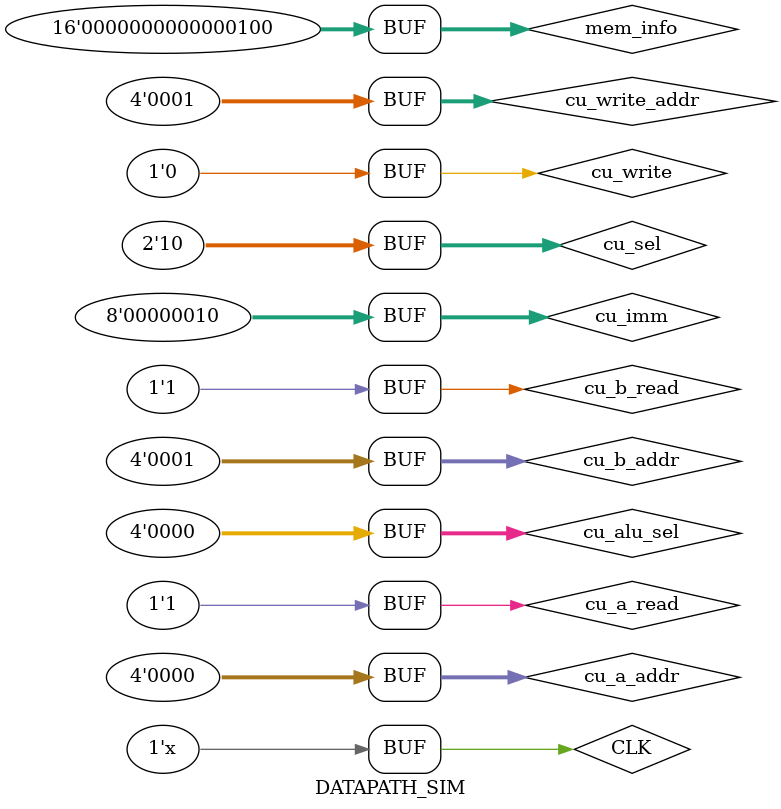
<source format=v>
`timescale 1ns / 1ps
module DATAPATH_SIM();


reg CLK;

initial CLK = 0;
always #5 CLK = ~CLK;

reg [15:0]  mem_info;
reg [7:0]   cu_imm;
reg [1:0]   cu_sel;

reg [3:0]   cu_write_addr;
reg         cu_write;

reg [3:0]   cu_a_addr;
reg         cu_a_read;

reg [3:0]   cu_b_addr;
reg         cu_b_read;

reg [3:0]   cu_alu_sel;

wire [15:0] dp_a_data;
wire        dp_zf_flag;

wire [15:0] dp_alu_out;

DATAPATH UUT(
.CLK100MHZ      (CLK),

.mem_info       (mem_info),
.cu_imm         (cu_imm),
.cu_sel         (cu_sel),

.cu_write_addr  (cu_write_addr),
.cu_write       (cu_write),

.cu_a_addr      (cu_a_addr),
.cu_a_read      (cu_a_read),

.cu_b_addr      (cu_b_addr),
.cu_b_read      (cu_b_read),

.cu_alu_sel     (cu_alu_sel),

.dp_a_data      (dp_a_data),
.dp_zf_flag     (dp_zf_flag),
.dp_alu_out     (dp_alu_out)
);

initial begin
    mem_info = 16'h0004;
    cu_imm = 8'h02;
    
    //WRITE MEMORY TO 0 SLOT
    cu_sel = 2'b01;
    cu_write_addr = 4'h0;
    
    cu_write = 1'b1;
    #20;
    
    //WRITE IMMEDIATE TO 1 SLOT
    cu_sel = 2'b10;
    cu_write_addr = 4'h1;
    
    #20 cu_write = 1'b0;    //turn off write before reading
    
    //READ A AND B TO SEND TO ALU    
    cu_a_addr = 4'h0;
    cu_a_read = 1'b1;
    
    cu_b_addr = 4'h1;
    cu_b_read = 1'b1;
    
    cu_alu_sel = 4'h0; //add
    
    //#10 cu_a_addr = 4'h1;
    

end

endmodule

</source>
